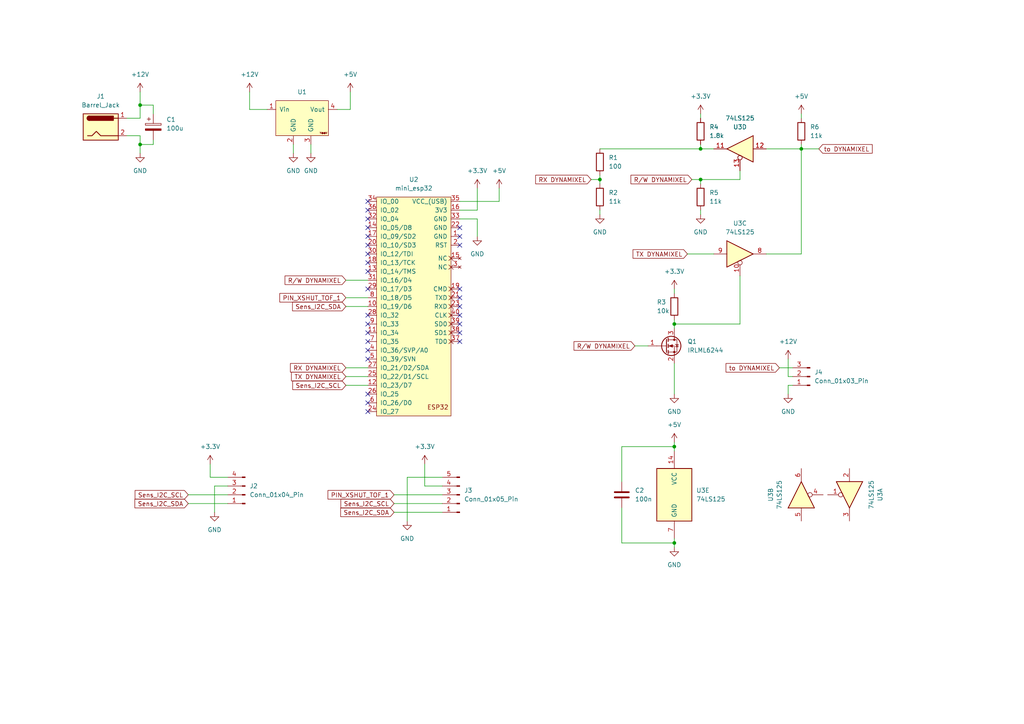
<source format=kicad_sch>
(kicad_sch (version 20230121) (generator eeschema)
  (paper "A4")
  (lib_symbols
    (symbol "74xx:74LS125" (pin_names (offset 1.016))
      (property "Reference" "U" (at 0 1.27 0))
      (property "Value" "74LS125" (at 0 -1.27 0))
      (symbol "74LS125_1_0"
        (polyline (pts (xy -3.81 3.81) (xy -3.81 -3.81) (xy 3.81 0) (xy -3.81 3.81)) (stroke (width 0.254)) (fill (type background)))
        (pin input inverted (at 0 -6.35 90) (length 4.445) (name "~") (number "1"))
        (pin input line (at -7.62 0 0) (length 3.81) (name "~") (number "2"))
        (pin tri_state line (at 7.62 0 180) (length 3.81) (name "~") (number "3"))
      )
      (symbol "74LS125_2_0"
        (polyline (pts (xy -3.81 3.81) (xy -3.81 -3.81) (xy 3.81 0) (xy -3.81 3.81)) (stroke (width 0.254)) (fill (type background)))
        (pin input inverted (at 0 -6.35 90) (length 4.445) (name "~") (number "4"))
        (pin input line (at -7.62 0 0) (length 3.81) (name "~") (number "5"))
        (pin tri_state line (at 7.62 0 180) (length 3.81) (name "~") (number "6"))
      )
      (symbol "74LS125_3_0"
        (polyline (pts (xy -3.81 3.81) (xy -3.81 -3.81) (xy 3.81 0) (xy -3.81 3.81)) (stroke (width 0.254)) (fill (type background)))
        (pin input inverted (at 0 -6.35 90) (length 4.445) (name "~") (number "10"))
        (pin tri_state line (at 7.62 0 180) (length 3.81) (name "~") (number "8"))
        (pin input line (at -7.62 0 0) (length 3.81) (name "~") (number "9"))
      )
      (symbol "74LS125_4_0"
        (polyline (pts (xy -3.81 3.81) (xy -3.81 -3.81) (xy 3.81 0) (xy -3.81 3.81)) (stroke (width 0.254)) (fill (type background)))
        (pin tri_state line (at 7.62 0 180) (length 3.81) (name "~") (number "11"))
        (pin input line (at -7.62 0 0) (length 3.81) (name "~") (number "12"))
        (pin input inverted (at 0 -6.35 90) (length 4.445) (name "~") (number "13"))
      )
      (symbol "74LS125_5_0"
        (pin power_in line (at 0 12.7 270) (length 5.08) (name "VCC") (number "14"))
        (pin power_in line (at 0 -12.7 90) (length 5.08) (name "GND") (number "7"))
      )
      (symbol "74LS125_5_1"
        (rectangle (start -5.08 7.62) (end 5.08 -7.62) (stroke (width 0.254)) (fill (type background)))
      )
    )
    (symbol "Connector:Barrel_Jack" (pin_names (offset 1.016))
      (property "Reference" "J" (at 0 5.334 0))
      (property "Value" "Barrel_Jack" (at 0 -5.08 0))
      (symbol "Barrel_Jack_0_1"
        (rectangle (start -5.08 3.81) (end 5.08 -3.81) (stroke (width 0.254)) (fill (type background)))
        (arc (start -3.302 3.175) (mid -3.9343 2.54) (end -3.302 1.905) (stroke (width 0.254)))
        (arc (start -3.302 3.175) (mid -3.9343 2.54) (end -3.302 1.905) (stroke (width 0.254)) (fill (type outline)))
        (polyline (pts (xy 5.08 2.54) (xy 3.81 2.54)) (stroke (width 0.254)))
        (polyline (pts (xy -3.81 -2.54) (xy -2.54 -2.54) (xy -1.27 -1.27) (xy 0 -2.54) (xy 2.54 -2.54) (xy 5.08 -2.54)) (stroke (width 0.254)))
        (rectangle (start 3.683 3.175) (end -3.302 1.905) (stroke (width 0.254)) (fill (type outline)))
      )
      (symbol "Barrel_Jack_1_1"
        (pin passive line (at 7.62 2.54 180) (length 2.54) (name "~") (number "1"))
        (pin passive line (at 7.62 -2.54 180) (length 2.54) (name "~") (number "2"))
      )
    )
    (symbol "Connector:Conn_01x03_Pin" (pin_names (offset 1.016) hide)
      (property "Reference" "J" (at 0 5.08 0))
      (property "Value" "Conn_01x03_Pin" (at 0 -5.08 0))
      (symbol "Conn_01x03_Pin_1_1"
        (polyline (pts (xy 1.27 -2.54) (xy 0.8636 -2.54)) (stroke (width 0.1524)))
        (polyline (pts (xy 1.27 0) (xy 0.8636 0)) (stroke (width 0.1524)))
        (polyline (pts (xy 1.27 2.54) (xy 0.8636 2.54)) (stroke (width 0.1524)))
        (rectangle (start 0.8636 -2.413) (end 0 -2.667) (stroke (width 0.1524)) (fill (type outline)))
        (rectangle (start 0.8636 0.127) (end 0 -0.127) (stroke (width 0.1524)) (fill (type outline)))
        (rectangle (start 0.8636 2.667) (end 0 2.413) (stroke (width 0.1524)) (fill (type outline)))
        (pin passive line (at 5.08 2.54 180) (length 3.81) (name "Pin_1") (number "1"))
        (pin passive line (at 5.08 0 180) (length 3.81) (name "Pin_2") (number "2"))
        (pin passive line (at 5.08 -2.54 180) (length 3.81) (name "Pin_3") (number "3"))
      )
    )
    (symbol "Connector:Conn_01x04_Pin" (pin_names (offset 1.016) hide)
      (property "Reference" "J" (at 0 5.08 0))
      (property "Value" "Conn_01x04_Pin" (at 0 -7.62 0))
      (symbol "Conn_01x04_Pin_1_1"
        (polyline (pts (xy 1.27 -5.08) (xy 0.8636 -5.08)) (stroke (width 0.1524)))
        (polyline (pts (xy 1.27 -2.54) (xy 0.8636 -2.54)) (stroke (width 0.1524)))
        (polyline (pts (xy 1.27 0) (xy 0.8636 0)) (stroke (width 0.1524)))
        (polyline (pts (xy 1.27 2.54) (xy 0.8636 2.54)) (stroke (width 0.1524)))
        (rectangle (start 0.8636 -4.953) (end 0 -5.207) (stroke (width 0.1524)) (fill (type outline)))
        (rectangle (start 0.8636 -2.413) (end 0 -2.667) (stroke (width 0.1524)) (fill (type outline)))
        (rectangle (start 0.8636 0.127) (end 0 -0.127) (stroke (width 0.1524)) (fill (type outline)))
        (rectangle (start 0.8636 2.667) (end 0 2.413) (stroke (width 0.1524)) (fill (type outline)))
        (pin passive line (at 5.08 2.54 180) (length 3.81) (name "Pin_1") (number "1"))
        (pin passive line (at 5.08 0 180) (length 3.81) (name "Pin_2") (number "2"))
        (pin passive line (at 5.08 -2.54 180) (length 3.81) (name "Pin_3") (number "3"))
        (pin passive line (at 5.08 -5.08 180) (length 3.81) (name "Pin_4") (number "4"))
      )
    )
    (symbol "Connector:Conn_01x05_Pin" (pin_names (offset 1.016) hide)
      (property "Reference" "J" (at 0 7.62 0))
      (property "Value" "Conn_01x05_Pin" (at 0 -7.62 0))
      (symbol "Conn_01x05_Pin_1_1"
        (polyline (pts (xy 1.27 -5.08) (xy 0.8636 -5.08)) (stroke (width 0.1524)))
        (polyline (pts (xy 1.27 -2.54) (xy 0.8636 -2.54)) (stroke (width 0.1524)))
        (polyline (pts (xy 1.27 0) (xy 0.8636 0)) (stroke (width 0.1524)))
        (polyline (pts (xy 1.27 2.54) (xy 0.8636 2.54)) (stroke (width 0.1524)))
        (polyline (pts (xy 1.27 5.08) (xy 0.8636 5.08)) (stroke (width 0.1524)))
        (rectangle (start 0.8636 -4.953) (end 0 -5.207) (stroke (width 0.1524)) (fill (type outline)))
        (rectangle (start 0.8636 -2.413) (end 0 -2.667) (stroke (width 0.1524)) (fill (type outline)))
        (rectangle (start 0.8636 0.127) (end 0 -0.127) (stroke (width 0.1524)) (fill (type outline)))
        (rectangle (start 0.8636 2.667) (end 0 2.413) (stroke (width 0.1524)) (fill (type outline)))
        (rectangle (start 0.8636 5.207) (end 0 4.953) (stroke (width 0.1524)) (fill (type outline)))
        (pin passive line (at 5.08 5.08 180) (length 3.81) (name "Pin_1") (number "1"))
        (pin passive line (at 5.08 2.54 180) (length 3.81) (name "Pin_2") (number "2"))
        (pin passive line (at 5.08 0 180) (length 3.81) (name "Pin_3") (number "3"))
        (pin passive line (at 5.08 -2.54 180) (length 3.81) (name "Pin_4") (number "4"))
        (pin passive line (at 5.08 -5.08 180) (length 3.81) (name "Pin_5") (number "5"))
      )
    )
    (symbol "DCDC_Stepup_SX1308:YAAJ_DCDC_StepUp_SX1308" (pin_names (offset 1.016))
      (property "Reference" "U" (at -5.08 6.35 0))
      (property "Value" "YAAJ_DCDC_StepUp_SX1308" (at 1.27 11.43 0))
      (symbol "YAAJ_DCDC_StepUp_SX1308_1_1"
        (rectangle (start -7.62 2.54) (end 7.62 -7.62) (fill (type background)))
        (text "Y@@V" (at 6.1976 -6.8072 0) (effects (font (size 0.508 0.508))))
        (pin power_in line (at -10.16 0 0) (length 2.54) (name "Vin") (number "1"))
        (pin power_in line (at -2.54 -10.16 90) (length 2.54) (name "GND") (number "2"))
        (pin power_in line (at 2.54 -10.16 90) (length 2.54) (name "GND") (number "3"))
        (pin power_out line (at 10.16 0 180) (length 2.54) (name "Vout") (number "4"))
      )
    )
    (symbol "Device:C" (pin_numbers hide) (pin_names (offset 0.254))
      (property "Reference" "C" (at 0.635 2.54 0))
      (property "Value" "C" (at 0.635 -2.54 0))
      (symbol "C_0_1"
        (polyline (pts (xy -2.032 -0.762) (xy 2.032 -0.762)) (stroke (width 0.508)))
        (polyline (pts (xy -2.032 0.762) (xy 2.032 0.762)) (stroke (width 0.508)))
      )
      (symbol "C_1_1"
        (pin passive line (at 0 3.81 270) (length 2.794) (name "~") (number "1"))
        (pin passive line (at 0 -3.81 90) (length 2.794) (name "~") (number "2"))
      )
    )
    (symbol "Device:C_Polarized" (pin_numbers hide) (pin_names (offset 0.254))
      (property "Reference" "C" (at 0.635 2.54 0))
      (property "Value" "C_Polarized" (at 0.635 -2.54 0))
      (symbol "C_Polarized_0_1"
        (rectangle (start -2.286 0.508) (end 2.286 1.016))
        (polyline (pts (xy -1.778 2.286) (xy -0.762 2.286)))
        (polyline (pts (xy -1.27 2.794) (xy -1.27 1.778)))
        (rectangle (start 2.286 -0.508) (end -2.286 -1.016) (fill (type outline)))
      )
      (symbol "C_Polarized_1_1"
        (pin passive line (at 0 3.81 270) (length 2.794) (name "~") (number "1"))
        (pin passive line (at 0 -3.81 90) (length 2.794) (name "~") (number "2"))
      )
    )
    (symbol "Device:R" (pin_numbers hide) (pin_names (offset 0))
      (property "Reference" "R" (at 2.032 0 90))
      (property "Value" "R" (at 0 0 90))
      (symbol "R_0_1"
        (rectangle (start -1.016 -2.54) (end 1.016 2.54) (stroke (width 0.254)))
      )
      (symbol "R_1_1"
        (pin passive line (at 0 3.81 270) (length 1.27) (name "~") (number "1"))
        (pin passive line (at 0 -3.81 90) (length 1.27) (name "~") (number "2"))
      )
    )
    (symbol "ESP32_mini:mini_esp32" (pin_names (offset 1.016))
      (property "Reference" "U" (at -7.62 -50.8 0))
      (property "Value" "mini_esp32" (at 5.08 -59.69 0))
      (symbol "mini_esp32_0_0"
        (text "ESP32" (at 7.62 -62.23 0) (effects (font (size 1.27 1.27))))
        (pin power_in line (at 13.97 -12.7 180) (length 2.54) (name "GND") (number "1"))
        (pin input line (at 13.97 -15.24 180) (length 2.54) (name "RST") (number "2"))
        (pin no_connect non_logic (at 13.97 -21.59 180) (length 2.54) (name "NC") (number "3"))
        (pin bidirectional line (at -12.7 -45.72 0) (length 2.54) (name "IO_36/SVP/A0") (number "4"))
        (pin bidirectional line (at -12.7 -48.26 0) (length 2.54) (name "IO_39/SVN") (number "5"))
      )
      (symbol "mini_esp32_0_1"
        (rectangle (start -10.16 -1.27) (end 11.43 -64.77) (fill (type background)))
      )
      (symbol "mini_esp32_1_1"
        (pin bidirectional line (at -12.7 -33.02 0) (length 2.54) (name "IO_19/D6") (number "10"))
        (pin bidirectional line (at -12.7 -40.64 0) (length 2.54) (name "IO_34") (number "11"))
        (pin bidirectional line (at -12.7 -55.88 0) (length 2.54) (name "IO_23/D7") (number "12"))
        (pin bidirectional line (at -12.7 -22.86 0) (length 2.54) (name "IO_14/TMS") (number "13"))
        (pin bidirectional line (at -12.7 -10.16 0) (length 2.54) (name "IO_05/D8") (number "14"))
        (pin no_connect non_logic (at 13.97 -19.05 180) (length 2.54) (name "NC") (number "15"))
        (pin power_in line (at 13.97 -5.08 180) (length 2.54) (name "3V3") (number "16"))
        (pin bidirectional line (at -12.7 -12.7 0) (length 2.54) (name "IO_09/SD2") (number "17"))
        (pin bidirectional line (at -12.7 -20.32 0) (length 2.54) (name "IO_13/TCK") (number "18"))
        (pin passive non_logic (at 13.97 -27.94 180) (length 2.54) (name "CMD") (number "19"))
        (pin bidirectional line (at -12.7 -15.24 0) (length 2.54) (name "IO_10/SD3") (number "20"))
        (pin passive non_logic (at 13.97 -30.48 180) (length 2.54) (name "TXD") (number "21"))
        (pin power_in line (at 13.97 -10.16 180) (length 2.54) (name "GND") (number "22"))
        (pin passive non_logic (at 13.97 -33.02 180) (length 2.54) (name "RXD") (number "23"))
        (pin bidirectional line (at -12.7 -63.5 0) (length 2.54) (name "IO_27") (number "24"))
        (pin bidirectional line (at -12.7 -53.34 0) (length 2.54) (name "IO_22/D1/SCL") (number "25"))
        (pin bidirectional line (at -12.7 -58.42 0) (length 2.54) (name "IO_25") (number "26"))
        (pin bidirectional line (at -12.7 -50.8 0) (length 2.54) (name "IO_21/D2/SDA") (number "27"))
        (pin bidirectional line (at -12.7 -35.56 0) (length 2.54) (name "IO_32") (number "28"))
        (pin bidirectional line (at -12.7 -27.94 0) (length 2.54) (name "IO_17/D3") (number "29"))
        (pin bidirectional line (at -12.7 -17.78 0) (length 2.54) (name "IO_12/TDI") (number "30"))
        (pin bidirectional line (at -12.7 -25.4 0) (length 2.54) (name "IO_16/D4") (number "31"))
        (pin bidirectional line (at -12.7 -7.62 0) (length 2.54) (name "IO_04") (number "32"))
        (pin power_in line (at 13.97 -7.62 180) (length 2.54) (name "GND") (number "33"))
        (pin bidirectional line (at -12.7 -2.54 0) (length 2.54) (name "IO_00") (number "34"))
        (pin power_in line (at 13.97 -2.54 180) (length 2.54) (name "VCC_(USB)") (number "35"))
        (pin bidirectional line (at -12.7 -5.08 0) (length 2.54) (name "IO_02") (number "36"))
        (pin passive non_logic (at 13.97 -43.18 180) (length 2.54) (name "TD0") (number "37"))
        (pin passive non_logic (at 13.97 -40.64 180) (length 2.54) (name "SD1") (number "38"))
        (pin passive non_logic (at 13.97 -38.1 180) (length 2.54) (name "SD0") (number "39"))
        (pin passive non_logic (at 13.97 -35.56 180) (length 2.54) (name "CLK") (number "40"))
        (pin bidirectional line (at -12.7 -60.96 0) (length 2.54) (name "IO_26/D0") (number "6"))
        (pin bidirectional line (at -12.7 -43.18 0) (length 2.54) (name "IO_35") (number "7"))
        (pin bidirectional line (at -12.7 -30.48 0) (length 2.54) (name "IO_18/D5") (number "8"))
        (pin bidirectional line (at -12.7 -38.1 0) (length 2.54) (name "IO_33") (number "9"))
      )
    )
    (symbol "Transistor_FET:IRLML6244" (pin_names hide)
      (property "Reference" "Q" (at 5.08 1.905 0))
      (property "Value" "IRLML6244" (at 5.08 0 0))
      (symbol "IRLML6244_0_1"
        (polyline (pts (xy 0.254 0) (xy -2.54 0)))
        (polyline (pts (xy 0.254 1.905) (xy 0.254 -1.905)) (stroke (width 0.254)))
        (polyline (pts (xy 0.762 -1.27) (xy 0.762 -2.286)) (stroke (width 0.254)))
        (polyline (pts (xy 0.762 0.508) (xy 0.762 -0.508)) (stroke (width 0.254)))
        (polyline (pts (xy 0.762 2.286) (xy 0.762 1.27)) (stroke (width 0.254)))
        (polyline (pts (xy 2.54 2.54) (xy 2.54 1.778)))
        (polyline (pts (xy 2.54 -2.54) (xy 2.54 0) (xy 0.762 0)))
        (polyline (pts (xy 0.762 -1.778) (xy 3.302 -1.778) (xy 3.302 1.778) (xy 0.762 1.778)))
        (polyline (pts (xy 1.016 0) (xy 2.032 0.381) (xy 2.032 -0.381) (xy 1.016 0)) (fill (type outline)))
        (polyline (pts (xy 2.794 0.508) (xy 2.921 0.381) (xy 3.683 0.381) (xy 3.81 0.254)))
        (polyline (pts (xy 3.302 0.381) (xy 2.921 -0.254) (xy 3.683 -0.254) (xy 3.302 0.381)))
        (circle (center 1.651 0) (radius 2.794) (stroke (width 0.254)))
        (circle (center 2.54 -1.778) (radius 0.254) (fill (type outline)))
        (circle (center 2.54 1.778) (radius 0.254) (fill (type outline)))
      )
      (symbol "IRLML6244_1_1"
        (pin input line (at -5.08 0 0) (length 2.54) (name "G") (number "1"))
        (pin passive line (at 2.54 -5.08 90) (length 2.54) (name "S") (number "2"))
        (pin passive line (at 2.54 5.08 270) (length 2.54) (name "D") (number "3"))
      )
    )
    (symbol "power:+12V" (power) (pin_names (offset 0))
      (property "Value" "+12V" (at 0 3.556 0))
      (symbol "+12V_0_1"
        (polyline (pts (xy -0.762 1.27) (xy 0 2.54)))
        (polyline (pts (xy 0 0) (xy 0 2.54)))
        (polyline (pts (xy 0 2.54) (xy 0.762 1.27)))
      )
      (symbol "+12V_1_1"
        (pin power_in line (at 0 0 90) (length 0) hide (name "+12V") (number "1"))
      )
    )
    (symbol "power:+3.3V" (power) (pin_names (offset 0))
      (property "Value" "+3.3V" (at 0 3.556 0))
      (symbol "+3.3V_0_1"
        (polyline (pts (xy -0.762 1.27) (xy 0 2.54)))
        (polyline (pts (xy 0 0) (xy 0 2.54)))
        (polyline (pts (xy 0 2.54) (xy 0.762 1.27)))
      )
      (symbol "+3.3V_1_1"
        (pin power_in line (at 0 0 90) (length 0) hide (name "+3.3V") (number "1"))
      )
    )
    (symbol "power:+5V" (power) (pin_names (offset 0))
      (property "Value" "+5V" (at 0 3.556 0))
      (symbol "+5V_0_1"
        (polyline (pts (xy -0.762 1.27) (xy 0 2.54)))
        (polyline (pts (xy 0 0) (xy 0 2.54)))
        (polyline (pts (xy 0 2.54) (xy 0.762 1.27)))
      )
      (symbol "+5V_1_1"
        (pin power_in line (at 0 0 90) (length 0) hide (name "+5V") (number "1"))
      )
    )
    (symbol "power:GND" (power) (pin_names (offset 0))
      (property "Value" "GND" (at 0 -3.81 0))
      (symbol "GND_0_1"
        (polyline (pts (xy 0 0) (xy 0 -1.27) (xy 1.27 -1.27) (xy 0 -2.54) (xy -1.27 -1.27) (xy 0 -1.27)))
      )
      (symbol "GND_1_1"
        (pin power_in line (at 0 0 270) (length 0) hide (name "GND") (number "1"))
      )
    )
  )
  (junction (at 173.99 52.07))
  (junction (at 195.58 129.54))
  (junction (at 195.58 157.48))
  (junction (at 195.58 93.98))
  (junction (at 203.2 43.18))
  (junction (at 232.41 43.18))
  (junction (at 203.2 52.07))
  (junction (at 40.64 41.91))
  (junction (at 40.64 30.48))
  (no_connect (at 106.68 96.52))
  (no_connect (at 133.35 68.58))
  (no_connect (at 133.35 83.82))
  (no_connect (at 106.68 63.5))
  (no_connect (at 106.68 58.42))
  (no_connect (at 133.35 91.44))
  (no_connect (at 133.35 99.06))
  (no_connect (at 133.35 71.12))
  (no_connect (at 106.68 119.38))
  (no_connect (at 106.68 78.74))
  (no_connect (at 106.68 73.66))
  (no_connect (at 106.68 114.3))
  (no_connect (at 106.68 71.12))
  (no_connect (at 106.68 104.14))
  (no_connect (at 133.35 86.36))
  (no_connect (at 133.35 96.52))
  (no_connect (at 106.68 66.04))
  (no_connect (at 106.68 68.58))
  (no_connect (at 133.35 66.04))
  (no_connect (at 106.68 83.82))
  (no_connect (at 106.68 76.2))
  (no_connect (at 133.35 88.9))
  (no_connect (at 106.68 91.44))
  (no_connect (at 106.68 99.06))
  (no_connect (at 106.68 101.6))
  (no_connect (at 106.68 116.84))
  (no_connect (at 133.35 93.98))
  (no_connect (at 106.68 93.98))
  (no_connect (at 106.68 60.96))
  (wire (pts (xy 195.58 92.71) (xy 195.58 93.98)))
  (wire (pts (xy 123.19 134.62) (xy 123.19 140.97)))
  (wire (pts (xy 40.64 26.67) (xy 40.64 30.48)))
  (wire (pts (xy 118.11 151.13) (xy 118.11 138.43)))
  (wire (pts (xy 195.58 83.82) (xy 195.58 85.09)))
  (wire (pts (xy 101.6 31.75) (xy 101.6 26.67)))
  (wire (pts (xy 40.64 41.91) (xy 40.64 39.37)))
  (wire (pts (xy 203.2 52.07) (xy 203.2 53.34)))
  (wire (pts (xy 195.58 129.54) (xy 195.58 130.81)))
  (wire (pts (xy 138.43 54.61) (xy 138.43 60.96)))
  (wire (pts (xy 62.23 140.97) (xy 66.04 140.97)))
  (wire (pts (xy 203.2 62.23) (xy 203.2 60.96)))
  (wire (pts (xy 232.41 43.18) (xy 232.41 73.66)))
  (wire (pts (xy 195.58 93.98) (xy 195.58 95.25)))
  (wire (pts (xy 222.25 73.66) (xy 232.41 73.66)))
  (wire (pts (xy 195.58 105.41) (xy 195.58 114.3)))
  (wire (pts (xy 44.45 33.02) (xy 44.45 30.48)))
  (wire (pts (xy 173.99 52.07) (xy 173.99 50.8)))
  (wire (pts (xy 180.34 147.32) (xy 180.34 157.48)))
  (wire (pts (xy 180.34 129.54) (xy 180.34 139.7)))
  (wire (pts (xy 226.06 106.68) (xy 229.87 106.68)))
  (wire (pts (xy 40.64 39.37) (xy 36.83 39.37)))
  (wire (pts (xy 44.45 30.48) (xy 40.64 30.48)))
  (wire (pts (xy 133.35 63.5) (xy 138.43 63.5)))
  (wire (pts (xy 184.15 100.33) (xy 187.96 100.33)))
  (wire (pts (xy 232.41 33.02) (xy 232.41 34.29)))
  (wire (pts (xy 40.64 30.48) (xy 40.64 34.29)))
  (wire (pts (xy 228.6 109.22) (xy 229.87 109.22)))
  (wire (pts (xy 200.66 52.07) (xy 203.2 52.07)))
  (wire (pts (xy 54.61 146.05) (xy 66.04 146.05)))
  (wire (pts (xy 72.39 26.67) (xy 72.39 31.75)))
  (wire (pts (xy 173.99 52.07) (xy 173.99 53.34)))
  (wire (pts (xy 173.99 43.18) (xy 203.2 43.18)))
  (wire (pts (xy 144.78 58.42) (xy 133.35 58.42)))
  (wire (pts (xy 203.2 52.07) (xy 214.63 52.07)))
  (wire (pts (xy 44.45 41.91) (xy 40.64 41.91)))
  (wire (pts (xy 195.58 128.27) (xy 195.58 129.54)))
  (wire (pts (xy 100.33 109.22) (xy 106.68 109.22)))
  (wire (pts (xy 123.19 140.97) (xy 128.27 140.97)))
  (wire (pts (xy 195.58 158.75) (xy 195.58 157.48)))
  (wire (pts (xy 100.33 86.36) (xy 106.68 86.36)))
  (wire (pts (xy 44.45 40.64) (xy 44.45 41.91)))
  (wire (pts (xy 199.39 73.66) (xy 207.01 73.66)))
  (wire (pts (xy 203.2 43.18) (xy 207.01 43.18)))
  (wire (pts (xy 100.33 88.9) (xy 106.68 88.9)))
  (wire (pts (xy 138.43 60.96) (xy 133.35 60.96)))
  (wire (pts (xy 195.58 157.48) (xy 195.58 156.21)))
  (wire (pts (xy 40.64 44.45) (xy 40.64 41.91)))
  (wire (pts (xy 114.3 143.51) (xy 128.27 143.51)))
  (wire (pts (xy 118.11 138.43) (xy 128.27 138.43)))
  (wire (pts (xy 100.33 111.76) (xy 106.68 111.76)))
  (wire (pts (xy 60.96 134.62) (xy 60.96 138.43)))
  (wire (pts (xy 214.63 93.98) (xy 214.63 80.01)))
  (wire (pts (xy 40.64 34.29) (xy 36.83 34.29)))
  (wire (pts (xy 85.09 41.91) (xy 85.09 44.45)))
  (wire (pts (xy 222.25 43.18) (xy 232.41 43.18)))
  (wire (pts (xy 54.61 143.51) (xy 66.04 143.51)))
  (wire (pts (xy 62.23 148.59) (xy 62.23 140.97)))
  (wire (pts (xy 203.2 41.91) (xy 203.2 43.18)))
  (wire (pts (xy 228.6 104.14) (xy 228.6 109.22)))
  (wire (pts (xy 173.99 62.23) (xy 173.99 60.96)))
  (wire (pts (xy 100.33 106.68) (xy 106.68 106.68)))
  (wire (pts (xy 228.6 111.76) (xy 228.6 114.3)))
  (wire (pts (xy 72.39 31.75) (xy 77.47 31.75)))
  (wire (pts (xy 214.63 49.53) (xy 214.63 52.07)))
  (wire (pts (xy 114.3 146.05) (xy 128.27 146.05)))
  (wire (pts (xy 90.17 41.91) (xy 90.17 44.45)))
  (wire (pts (xy 180.34 157.48) (xy 195.58 157.48)))
  (wire (pts (xy 138.43 63.5) (xy 138.43 68.58)))
  (wire (pts (xy 97.79 31.75) (xy 101.6 31.75)))
  (wire (pts (xy 232.41 43.18) (xy 237.49 43.18)))
  (wire (pts (xy 100.33 81.28) (xy 106.68 81.28)))
  (wire (pts (xy 203.2 33.02) (xy 203.2 34.29)))
  (wire (pts (xy 60.96 138.43) (xy 66.04 138.43)))
  (wire (pts (xy 232.41 41.91) (xy 232.41 43.18)))
  (wire (pts (xy 195.58 93.98) (xy 214.63 93.98)))
  (wire (pts (xy 114.3 148.59) (xy 128.27 148.59)))
  (wire (pts (xy 180.34 129.54) (xy 195.58 129.54)))
  (wire (pts (xy 229.87 111.76) (xy 228.6 111.76)))
  (wire (pts (xy 144.78 54.61) (xy 144.78 58.42)))
  (wire (pts (xy 171.45 52.07) (xy 173.99 52.07)))
  (global_label "to DYNAMIXEL" (shape input) (at 237.49 43.18 0) (property "Intersheetrefs" "${INTERSHEET_REFS}" (effects hide)))
  (global_label "to DYNAMIXEL" (shape input) (at 226.06 106.68 180) (property "Intersheetrefs" "${INTERSHEET_REFS}" (effects hide)))
  (global_label "TX DYNAMIXEL" (shape input) (at 199.39 73.66 180) (property "Intersheetrefs" "${INTERSHEET_REFS}" (effects hide)))
  (global_label "Sens_I2C_SDA" (shape input) (at 114.3 148.59 180) (property "Intersheetrefs" "${INTERSHEET_REFS}" (effects hide)))
  (global_label "PIN_XSHUT_TOF_1" (shape input) (at 100.33 86.36 180) (property "Intersheetrefs" "${INTERSHEET_REFS}" (effects hide)))
  (global_label "R{slash}W DYNAMIXEL" (shape input) (at 100.33 81.28 180) (property "Intersheetrefs" "${INTERSHEET_REFS}" (effects hide)))
  (global_label "Sens_I2C_SDA" (shape input) (at 54.61 146.05 180) (property "Intersheetrefs" "${INTERSHEET_REFS}" (effects hide)))
  (global_label "R{slash}W DYNAMIXEL" (shape input) (at 184.15 100.33 180) (property "Intersheetrefs" "${INTERSHEET_REFS}" (effects hide)))
  (global_label "RX DYNAMIXEL" (shape input) (at 100.33 106.68 180) (property "Intersheetrefs" "${INTERSHEET_REFS}" (effects hide)))
  (global_label "Sens_I2C_SCL" (shape input) (at 100.33 111.76 180) (property "Intersheetrefs" "${INTERSHEET_REFS}" (effects hide)))
  (global_label "RX DYNAMIXEL" (shape input) (at 171.45 52.07 180) (property "Intersheetrefs" "${INTERSHEET_REFS}" (effects hide)))
  (global_label "Sens_I2C_SCL" (shape input) (at 114.3 146.05 180) (property "Intersheetrefs" "${INTERSHEET_REFS}" (effects hide)))
  (global_label "Sens_I2C_SCL" (shape input) (at 54.61 143.51 180) (property "Intersheetrefs" "${INTERSHEET_REFS}" (effects hide)))
  (global_label "PIN_XSHUT_TOF_1" (shape input) (at 114.3 143.51 180) (property "Intersheetrefs" "${INTERSHEET_REFS}" (effects hide)))
  (global_label "R{slash}W DYNAMIXEL" (shape input) (at 200.66 52.07 180) (property "Intersheetrefs" "${INTERSHEET_REFS}" (effects hide)))
  (global_label "TX DYNAMIXEL" (shape input) (at 100.33 109.22 180) (property "Intersheetrefs" "${INTERSHEET_REFS}" (effects hide)))
  (global_label "Sens_I2C_SDA" (shape input) (at 100.33 88.9 180) (property "Intersheetrefs" "${INTERSHEET_REFS}" (effects hide)))
  (symbol (lib_id "power:+12V") (at 72.39 26.67 0) (unit 1)
    (property "Reference" "#PWR05" (effects hide))
    (property "Value" "+12V" (at 72.39 21.59 0))
  )
  (symbol (lib_id "DCDC_Stepup_SX1308:YAAJ_DCDC_StepUp_SX1308") (at 87.63 31.75 0) (unit 1)
    (property "Reference" "U1" (at 87.63 26.67 0))
    (property "Value" "YAAJ_DCDC_StepUp_SX1308" (effects hide))
  )
  (symbol (lib_id "power:+3.3V") (at 60.96 134.62 0) (unit 1)
    (property "Reference" "#PWR03" (effects hide))
    (property "Value" "+3.3V" (at 60.96 129.54 0))
  )
  (symbol (lib_id "power:+5V") (at 232.41 33.02 0) (unit 1)
    (property "Reference" "#PWR023" (effects hide))
    (property "Value" "+5V" (at 232.41 27.94 0))
  )
  (symbol (lib_id "Device:R") (at 195.58 88.9 0) (unit 1)
    (property "Reference" "R3" (at 190.5 87.63 0) (effects (justify left)))
    (property "Value" "10k" (at 190.5 90.17 0) (effects (justify left)))
    (property "Footprint" "Resistor_SMD:R_1210_3225Metric_Pad1.30x2.65mm_HandSolder" (effects hide))
  )
  (symbol (lib_id "Device:C_Polarized") (at 44.45 36.83 0) (unit 1)
    (property "Reference" "C1" (at 48.26 34.671 0) (effects (justify left)))
    (property "Value" "100u" (at 48.26 37.211 0) (effects (justify left)))
  )
  (symbol (lib_id "74xx:74LS125") (at 195.58 143.51 0) (unit 5)
    (property "Reference" "U3" (at 201.93 142.24 0) (effects (justify left)))
    (property "Value" "74LS125" (at 201.93 144.78 0) (effects (justify left)))
    (property "Footprint" "Package_DIP:DIP-14_W7.62mm_LongPads" (effects hide))
    (property "Datasheet" "http://www.ti.com/lit/gpn/sn74LS125" (effects hide))
  )
  (symbol (lib_id "Connector:Conn_01x03_Pin") (at 234.95 109.22 180) (unit 1)
    (property "Reference" "J4" (at 236.22 107.95 0) (effects (justify right)))
    (property "Value" "Conn_01x03_Pin" (at 236.22 110.49 0) (effects (justify right)))
    (property "Footprint" "Connector_PinHeader_2.54mm:PinHeader_1x03_P2.54mm_Vertical" (effects hide))
  )
  (symbol (lib_id "74xx:74LS125") (at 246.38 143.51 270) (unit 1)
    (property "Reference" "U3" (at 255.27 143.51 0))
    (property "Value" "74LS125" (at 252.73 143.51 0))
    (property "Footprint" "Package_DIP:DIP-14_W7.62mm_LongPads" (effects hide))
    (property "Datasheet" "http://www.ti.com/lit/gpn/sn74LS125" (effects hide))
  )
  (symbol (lib_id "ESP32_mini:mini_esp32") (at 119.38 55.88 0) (unit 1)
    (property "Reference" "U2" (at 120.015 52.07 0))
    (property "Value" "mini_esp32" (at 120.015 54.61 0))
    (property "Footprint" "ESP32_mini:ESP32_mini" (effects hide))
  )
  (symbol (lib_id "Device:R") (at 203.2 38.1 0) (unit 1)
    (property "Reference" "R4" (at 205.74 36.83 0) (effects (justify left)))
    (property "Value" "1.8k" (at 205.74 39.37 0) (effects (justify left)))
    (property "Footprint" "Resistor_SMD:R_1210_3225Metric_Pad1.30x2.65mm_HandSolder" (effects hide))
  )
  (symbol (lib_id "Connector:Barrel_Jack") (at 29.21 36.83 0) (unit 1)
    (property "Reference" "J1" (at 29.21 27.94 0))
    (property "Value" "Barrel_Jack" (at 29.21 30.48 0))
  )
  (symbol (lib_id "power:+5V") (at 195.58 128.27 0) (unit 1)
    (property "Reference" "#PWR017" (effects hide))
    (property "Value" "+5V" (at 195.58 123.19 0))
  )
  (symbol (lib_id "power:GND") (at 138.43 68.58 0) (unit 1)
    (property "Reference" "#PWR012" (effects hide))
    (property "Value" "GND" (at 138.43 73.66 0))
  )
  (symbol (lib_id "power:GND") (at 195.58 158.75 0) (unit 1)
    (property "Reference" "#PWR018" (effects hide))
    (property "Value" "GND" (at 195.58 163.83 0))
  )
  (symbol (lib_id "Device:R") (at 173.99 57.15 0) (unit 1)
    (property "Reference" "R2" (at 176.53 55.88 0) (effects (justify left)))
    (property "Value" "11k" (at 176.53 58.42 0) (effects (justify left)))
    (property "Footprint" "Resistor_SMD:R_1210_3225Metric_Pad1.30x2.65mm_HandSolder" (effects hide))
  )
  (symbol (lib_id "power:+3.3V") (at 195.58 83.82 0) (unit 1)
    (property "Reference" "#PWR015" (effects hide))
    (property "Value" "+3.3V" (at 195.58 78.74 0))
  )
  (symbol (lib_id "Device:C") (at 180.34 143.51 0) (unit 1)
    (property "Reference" "C2" (at 184.15 142.24 0) (effects (justify left)))
    (property "Value" "100n" (at 184.15 144.78 0) (effects (justify left)))
    (property "Footprint" "Capacitor_SMD:C_0603_1608Metric_Pad1.08x0.95mm_HandSolder" (effects hide))
  )
  (symbol (lib_id "Device:R") (at 173.99 46.99 0) (unit 1)
    (property "Reference" "R1" (at 176.53 45.72 0) (effects (justify left)))
    (property "Value" "100" (at 176.53 48.26 0) (effects (justify left)))
    (property "Footprint" "Resistor_SMD:R_1210_3225Metric_Pad1.30x2.65mm_HandSolder" (effects hide))
  )
  (symbol (lib_id "power:+3.3V") (at 138.43 54.61 0) (unit 1)
    (property "Reference" "#PWR011" (effects hide))
    (property "Value" "+3.3V" (at 138.43 49.53 0))
  )
  (symbol (lib_id "Connector:Conn_01x05_Pin") (at 133.35 143.51 180) (unit 1)
    (property "Reference" "J3" (at 134.62 142.24 0) (effects (justify right)))
    (property "Value" "Conn_01x05_Pin" (at 134.62 144.78 0) (effects (justify right)))
  )
  (symbol (lib_id "Transistor_FET:IRLML6244") (at 193.04 100.33 0) (unit 1)
    (property "Reference" "Q1" (at 199.39 99.06 0) (effects (justify left)))
    (property "Value" "IRLML6244" (at 199.39 101.6 0) (effects (justify left)))
    (property "Footprint" "Package_TO_SOT_SMD:SOT-23_Handsoldering" (effects hide))
    (property "Datasheet" "https://www.infineon.com/dgdl/Infineon-IRLML6244-DataSheet-v01_01-EN.pdf?fileId=5546d462533600a4015356686fed261f" (effects hide))
  )
  (symbol (lib_id "power:GND") (at 173.99 62.23 0) (unit 1)
    (property "Reference" "#PWR014" (effects hide))
    (property "Value" "GND" (at 173.99 67.31 0))
  )
  (symbol (lib_id "power:GND") (at 228.6 114.3 0) (unit 1)
    (property "Reference" "#PWR022" (effects hide))
    (property "Value" "GND" (at 228.6 119.38 0))
  )
  (symbol (lib_id "74xx:74LS125") (at 232.41 143.51 90) (unit 2)
    (property "Reference" "U3" (at 223.52 143.51 0))
    (property "Value" "74LS125" (at 226.06 143.51 0))
    (property "Footprint" "Package_DIP:DIP-14_W7.62mm_LongPads" (effects hide))
    (property "Datasheet" "http://www.ti.com/lit/gpn/sn74LS125" (effects hide))
  )
  (symbol (lib_id "power:+5V") (at 101.6 26.67 0) (unit 1)
    (property "Reference" "#PWR08" (effects hide))
    (property "Value" "+5V" (at 101.6 21.59 0))
  )
  (symbol (lib_id "power:+3.3V") (at 203.2 33.02 0) (unit 1)
    (property "Reference" "#PWR019" (effects hide))
    (property "Value" "+3.3V" (at 203.2 27.94 0))
  )
  (symbol (lib_id "Device:R") (at 232.41 38.1 0) (unit 1)
    (property "Reference" "R6" (at 234.95 36.83 0) (effects (justify left)))
    (property "Value" "11k" (at 234.95 39.37 0) (effects (justify left)))
    (property "Footprint" "Resistor_SMD:R_1210_3225Metric_Pad1.30x2.65mm_HandSolder" (effects hide))
  )
  (symbol (lib_id "power:GND") (at 62.23 148.59 0) (unit 1)
    (property "Reference" "#PWR04" (effects hide))
    (property "Value" "GND" (at 62.23 153.67 0))
  )
  (symbol (lib_id "Connector:Conn_01x04_Pin") (at 71.12 143.51 180) (unit 1)
    (property "Reference" "J2" (at 72.39 140.97 0) (effects (justify right)))
    (property "Value" "Conn_01x04_Pin" (at 72.39 143.51 0) (effects (justify right)))
  )
  (symbol (lib_id "power:+12V") (at 228.6 104.14 0) (unit 1)
    (property "Reference" "#PWR021" (effects hide))
    (property "Value" "+12V" (at 228.6 99.06 0))
  )
  (symbol (lib_id "power:GND") (at 85.09 44.45 0) (unit 1)
    (property "Reference" "#PWR06" (effects hide))
    (property "Value" "GND" (at 85.09 49.53 0))
  )
  (symbol (lib_id "power:GND") (at 90.17 44.45 0) (unit 1)
    (property "Reference" "#PWR07" (effects hide))
    (property "Value" "GND" (at 90.17 49.53 0))
  )
  (symbol (lib_id "power:+12V") (at 40.64 26.67 0) (unit 1)
    (property "Reference" "#PWR01" (effects hide))
    (property "Value" "+12V" (at 40.64 21.59 0))
  )
  (symbol (lib_id "power:GND") (at 40.64 44.45 0) (unit 1)
    (property "Reference" "#PWR02" (effects hide))
    (property "Value" "GND" (at 40.64 49.53 0))
  )
  (symbol (lib_id "power:GND") (at 203.2 62.23 0) (unit 1)
    (property "Reference" "#PWR020" (effects hide))
    (property "Value" "GND" (at 203.2 67.31 0))
  )
  (symbol (lib_id "74xx:74LS125") (at 214.63 73.66 0) (unit 3)
    (property "Reference" "U3" (at 214.63 64.77 0))
    (property "Value" "74LS125" (at 214.63 67.31 0))
    (property "Footprint" "Package_DIP:DIP-14_W7.62mm_LongPads" (effects hide))
    (property "Datasheet" "http://www.ti.com/lit/gpn/sn74LS125" (effects hide))
  )
  (symbol (lib_id "power:+3.3V") (at 123.19 134.62 0) (unit 1)
    (property "Reference" "#PWR010" (effects hide))
    (property "Value" "+3.3V" (at 123.19 129.54 0))
  )
  (symbol (lib_id "74xx:74LS125") (at 214.63 43.18 0) (mirror y) (unit 4)
    (property "Reference" "U3" (at 214.63 36.83 0))
    (property "Value" "74LS125" (at 214.63 34.29 0))
    (property "Footprint" "Package_DIP:DIP-14_W7.62mm_LongPads" (effects hide))
    (property "Datasheet" "http://www.ti.com/lit/gpn/sn74LS125" (effects hide))
  )
  (symbol (lib_id "power:GND") (at 118.11 151.13 0) (unit 1)
    (property "Reference" "#PWR09" (effects hide))
    (property "Value" "GND" (at 118.11 156.21 0))
  )
  (symbol (lib_id "Device:R") (at 203.2 57.15 0) (unit 1)
    (property "Reference" "R5" (at 205.74 55.88 0) (effects (justify left)))
    (property "Value" "11k" (at 205.74 58.42 0) (effects (justify left)))
    (property "Footprint" "Resistor_SMD:R_1210_3225Metric_Pad1.30x2.65mm_HandSolder" (effects hide))
  )
  (symbol (lib_id "power:GND") (at 195.58 114.3 0) (unit 1)
    (property "Reference" "#PWR016" (effects hide))
    (property "Value" "GND" (at 195.58 119.38 0))
  )
  (symbol (lib_id "power:+5V") (at 144.78 54.61 0) (unit 1)
    (property "Reference" "#PWR013" (effects hide))
    (property "Value" "+5V" (at 144.78 49.53 0))
  )
)
</source>
